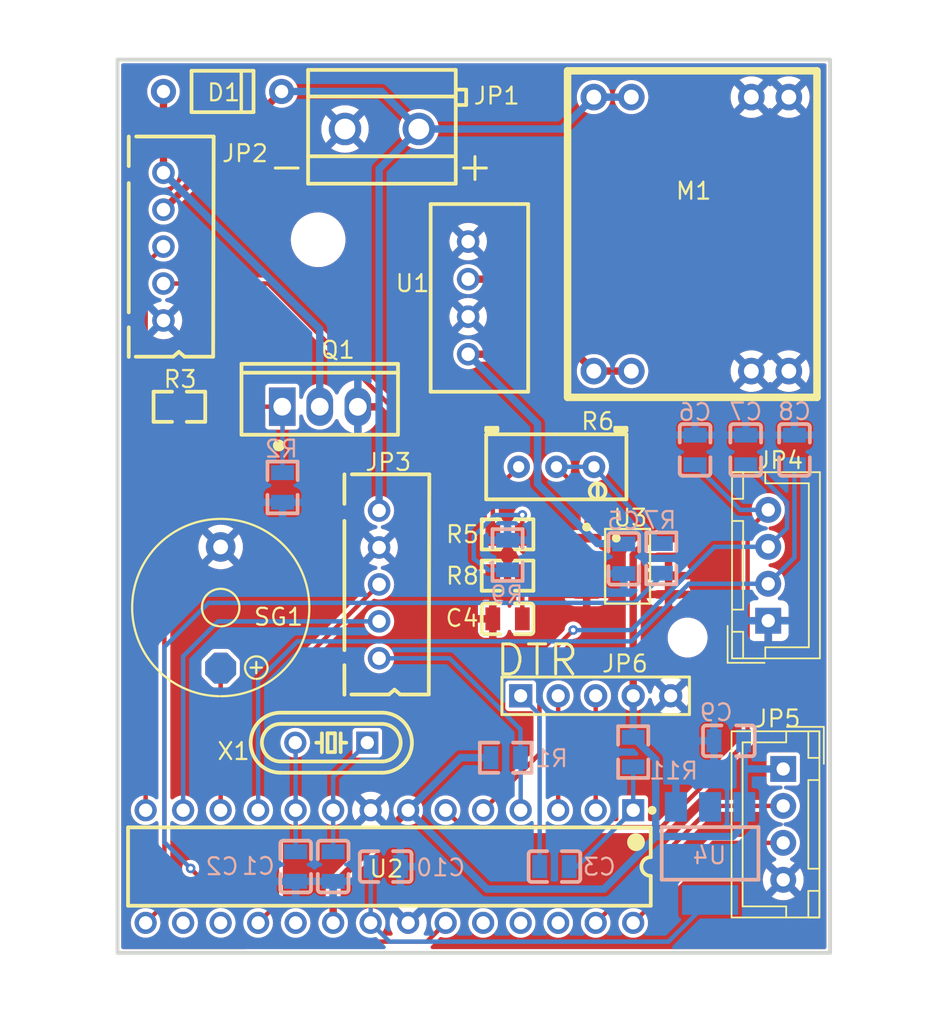
<source format=kicad_pcb>
(kicad_pcb (version 20211014) (generator pcbnew)
  (layers (0 "F.Cu" signal) (31 "B.Cu" signal) (34 "B.Paste" user) (35 "F.Paste" user) (36 "B.SilkS" user "B.Silkscreen") (37 "F.SilkS" user "F.Silkscreen") (38 "B.Mask" user) (39 "F.Mask" user) (44 "Edge.Cuts" user))
  (net 0 "")
  (net 1 "+5V")
  (net 2 "24V")
  (net 3 "AC_RELAY")
  (net 4 "AC_ZERO")
  (net 5 "BTN")
  (net 6 "D1_1")
  (net 7 "ENC_L")
  (net 8 "ENC_R")
  (net 9 "FAN_POWER")
  (net 10 "GND")
  (net 11 "GUN_POWER")
  (net 12 "GUN_REED")
  (net 13 "GUN_TEMP")
  (net 14 "JP6_1")
  (net 15 "R2_2")
  (net 16 "R5_1")
  (net 17 "R7_2")
  (net 18 "R8_1")
  (net 19 "R8_2")
  (net 20 "R9_2")
  (net 21 "SCL")
  (net 22 "SDA")
  (net 23 "SG1_+")
  (net 24 "U1_2")
  (net 25 "U2_1")
  (net 26 "U2_10")
  (net 27 "U2_2")
  (net 28 "U2_21")
  (net 29 "U2_3")
  (net 30 "U2_9")
  (footprint "easyeda:JST_XH_B04B-XH-A_04X2.50MM_STRAIGHT" (layer "F.Cu") (at 109.839 80.482 -90)
    (fp_text reference "JP5" (at -3.402 2.029) (layer "F.SilkS") (effects (font (size 1.143 1.143) (thickness 0.152)) (justify left)))
    (fp_text value "REF")
    (pad "1" thru_hole rect locked (at 0 0 270) (size 1.75 1.75) (drill oval 0.9) (layers *.Cu *.Paste *.Mask) (net 1 "+5V"))
    (pad "2" thru_hole circle locked (at 2.5 0 270) (size 1.75 1.75) (drill oval 0.9) (layers *.Cu *.Paste *.Mask) (net 22 "SDA"))
    (pad "3" thru_hole circle locked (at 5 0 270) (size 1.75 1.75) (drill oval 0.9) (layers *.Cu *.Paste *.Mask) (net 21 "SCL"))
    (pad "4" thru_hole circle locked (at 7.5 0 270) (size 1.75 1.75) (drill oval 0.9) (layers *.Cu *.Paste *.Mask) (net 10 "GND"))
  )
  (footprint "easyeda:R0805" (layer "F.Cu") (at 101.584 66.231 -90)
    (fp_text reference "R7" (at -2.581 -1.116) (layer "B.SilkS") (effects (font (size 1.143 1.143) (thickness 0.152)) (justify left mirror)))
    (fp_text value "470" hide)
    (pad "1" smd rect locked (at 1 0 270) (size 1 1.55) (layers "B.Cu" "B.Paste" "B.Mask") (net 13 "GUN_TEMP"))
    (pad "2" smd rect locked (at -1 0 270) (size 1 1.55) (layers "B.Cu" "B.Paste" "B.Mask") (net 17 "R7_2"))
  )
  (footprint "easyeda:HDR-M-2.54_1X5" (layer "F.Cu") (at 97.139 75.529)
    (fp_text reference "JP6" (at 0.331 -2.169) (layer "F.SilkS") (effects (font (size 1.143 1.143) (thickness 0.152)) (justify left)))
    (fp_text value "UART" hide)
    (pad "1" thru_hole rect locked (at -5.08 0) (size 1.575 1.575) (drill 0.889) (layers *.Cu *.Paste *.Mask) (net 14 "JP6_1"))
    (pad "2" thru_hole circle locked (at -2.54 0) (size 1.575 1.575) (drill 0.889) (layers *.Cu *.Paste *.Mask) (net 29 "U2_3"))
    (pad "3" thru_hole circle locked (at 0 0) (size 1.575 1.575) (drill 0.889) (layers *.Cu *.Paste *.Mask) (net 27 "U2_2"))
    (pad "4" thru_hole circle locked (at 2.54 0) (size 1.575 1.575) (drill 0.889) (layers *.Cu *.Paste *.Mask) (net 1 "+5V"))
    (pad "5" thru_hole circle locked (at 5.08 0) (size 1.575 1.575) (drill 0.889) (layers *.Cu *.Paste *.Mask) (net 10 "GND"))
  )
  (footprint "easyeda:SOIC-8_L4.9-W3.9-P1.27-LS6.0-BL" (layer "F.Cu") (at 99.298 66.766 -90)
    (fp_text reference "U3" (at -3.276 1.058) (layer "F.SilkS") (effects (font (size 1.143 1.143) (thickness 0.152)) (justify left)))
    (fp_text value "LM358" hide)
    (pad "1" smd oval locked (at -1.905 2.772 270) (size 0.588 2.045) (layers "F.Cu" "F.Paste" "F.Mask") (net 17 "R7_2"))
    (pad "2" smd oval locked (at -0.635 2.772 270) (size 0.588 2.045) (layers "F.Cu" "F.Paste" "F.Mask") (net 20 "R9_2"))
    (pad "3" smd oval locked (at 0.635 2.772 270) (size 0.588 2.045) (layers "F.Cu" "F.Paste" "F.Mask") (net 18 "R8_1"))
    (pad "4" smd oval locked (at 1.905 2.772 270) (size 0.588 2.045) (layers "F.Cu" "F.Paste" "F.Mask") (net 10 "GND"))
    (pad "5" smd oval locked (at 1.905 -2.772 270) (size 0.588 2.045) (layers "F.Cu" "F.Paste" "F.Mask") (net 10 "GND"))
    (pad "6" smd oval locked (at 0.635 -2.772 270) (size 0.588 2.045) (layers "F.Cu" "F.Paste" "F.Mask") (net 10 "GND"))
    (pad "7" smd oval locked (at -0.635 -2.772 270) (size 0.588 2.045) (layers "F.Cu" "F.Paste" "F.Mask") (net 10 "GND"))
    (pad "8" smd oval locked (at -1.905 -2.772 270) (size 0.588 2.045) (layers "F.Cu" "F.Paste" "F.Mask") (net 1 "+5V"))
  )
  (footprint "easyeda:R0805" (layer "F.Cu") (at 68.945 55.971)
    (fp_text reference "R3" (at -1.165 -1.861) (layer "F.SilkS") (effects (font (size 1.143 1.143) (thickness 0.152)) (justify left)))
    (fp_text value "100" hide)
    (pad "1" smd rect locked (at -1 0) (size 1 1.55) (layers "F.Cu" "F.Paste" "F.Mask") (net 9 "FAN_POWER"))
    (pad "2" smd rect locked (at 1 0) (size 1 1.55) (layers "F.Cu" "F.Paste" "F.Mask") (net 15 "R2_2"))
  )
  (footprint "easyeda:R0805" (layer "F.Cu") (at 75.93 61.432 -90)
    (fp_text reference "R2" (at -2.612 -1.14) (layer "B.SilkS") (effects (font (size 1.143 1.143) (thickness 0.152)) (justify left mirror)))
    (fp_text value "10k" hide)
    (pad "1" smd rect locked (at 1 0 270) (size 1 1.55) (layers "B.Cu" "B.Paste" "B.Mask") (net 10 "GND"))
    (pad "2" smd rect locked (at -1 0 270) (size 1 1.55) (layers "B.Cu" "B.Paste" "B.Mask") (net 15 "R2_2"))
  )
  (footprint "easyeda:R0805" (layer "F.Cu") (at 91.17 67.401 180)
    (fp_text reference "R8" (at 4.27 -0.019) (layer "F.SilkS") (effects (font (size 1.143 1.143) (thickness 0.152)) (justify left)))
    (fp_text value "10k" hide)
    (pad "1" smd rect locked (at -1 0 180) (size 1 1.55) (layers "F.Cu" "F.Paste" "F.Mask") (net 18 "R8_1"))
    (pad "2" smd rect locked (at 1 0 180) (size 1 1.55) (layers "F.Cu" "F.Paste" "F.Mask") (net 19 "R8_2"))
  )
  (footprint "easyeda:C0805" (layer "F.Cu") (at 91.17 70.322)
    (fp_text reference "C4" (at -4.3 -0.042) (layer "F.SilkS") (effects (font (size 1.143 1.143) (thickness 0.152)) (justify left)))
    (fp_text value "100n" hide)
    (pad "1" smd rect locked (at -1 0) (size 1 1.55) (layers "F.Cu" "F.Paste" "F.Mask") (net 10 "GND"))
    (pad "2" smd rect locked (at 1 0) (size 1 1.55) (layers "F.Cu" "F.Paste" "F.Mask") (net 18 "R8_1"))
  )
  (footprint "easyeda:C0805" (layer "F.Cu") (at 110.601 58.892 90)
    (fp_text reference "C8" (at 2.602 1.219) (layer "B.SilkS") (effects (font (size 1.143 1.143) (thickness 0.152)) (justify left mirror)))
    (fp_text value "100n" hide)
    (pad "1" smd rect locked (at 1 0 90) (size 1 1.55) (layers "B.Cu" "B.Paste" "B.Mask") (net 10 "GND"))
    (pad "2" smd rect locked (at -1 0 90) (size 1 1.55) (layers "B.Cu" "B.Paste" "B.Mask") (net 5 "BTN"))
  )
  (footprint "easyeda:DO-41_BD2.8-L4.2-P8.00-D0.7-FD" (layer "F.Cu") (at 71.866 34.635)
    (fp_text reference "D1" (at -1.136 0.075) (layer "F.SilkS") (effects (font (size 1.143 1.143) (thickness 0.152)) (justify left)))
    (fp_text value "FR107" hide)
    (pad "1" thru_hole circle locked (at -4 0) (size 1.7 1.7) (drill 0.9) (layers *.Cu *.Paste *.Mask) (net 6 "D1_1"))
    (pad "2" thru_hole circle locked (at 4 0) (size 1.7 1.7) (drill 0.9) (layers *.Cu *.Paste *.Mask) (net 2 "24V"))
  )
  (footprint "easyeda:TO-220-3_L10.0-W4.5-P2.54-L" (layer "F.Cu") (at 78.47 55.971)
    (fp_text reference "Q1" (at -0.03 -3.841) (layer "F.SilkS") (effects (font (size 1.143 1.143) (thickness 0.152)) (justify left)))
    (fp_text value "IRFZ44NPBF" hide)
    (pad "1" thru_hole rect locked (at -2.56 -0.005) (size 1.8 2.6) (drill 1.2) (layers *.Cu *.Paste *.Mask) (net 15 "R2_2"))
    (pad "2" thru_hole oval locked (at -0.02 -0.005) (size 1.8 2.6) (drill 1.2) (layers *.Cu *.Paste *.Mask) (net 6 "D1_1"))
    (pad "3" thru_hole oval locked (at 2.56 0.005) (size 1.8 2.6) (drill 1.2) (layers *.Cu *.Paste *.Mask) (net 10 "GND"))
  )
  (footprint "easyeda:HC-49S" (layer "F.Cu") (at 79.232 78.704 180)
    (fp_text reference "X1" (at 7.808 -0.582) (layer "F.SilkS") (effects (font (size 1.143 1.143) (thickness 0.152)) (justify left)))
    (fp_text value "16MHz" hide)
    (pad "1" thru_hole rect locked (at -2.438 0 180) (size 1.5 1.5) (drill 0.9) (layers *.Cu *.Paste *.Mask) (net 30 "U2_9"))
    (pad "2" thru_hole circle locked (at 2.438 0 180) (size 1.5 1.5) (drill 0.9) (layers *.Cu *.Paste *.Mask) (net 26 "U2_10"))
  )
  (footprint "easyeda:C0805" (layer "F.Cu") (at 82.915 87.086)
    (fp_text reference "C10" (at 5.485 0.074) (layer "B.SilkS") (effects (font (size 1.143 1.143) (thickness 0.152)) (justify left mirror)))
    (fp_text value "100u" hide)
    (pad "1" smd rect locked (at 1 0) (size 1 1.55) (layers "B.Cu" "B.Paste" "B.Mask") (net 10 "GND"))
    (pad "2" smd rect locked (at -1 0) (size 1 1.55) (layers "B.Cu" "B.Paste" "B.Mask") (net 28 "U2_21"))
  )
  (footprint "easyeda:DIP-28_300MIL" (layer "F.Cu") (at 66.659 90.896)
    (fp_text reference "U2" (at 15.061 -3.656) (layer "F.SilkS") (effects (font (size 1.143 1.143) (thickness 0.152)) (justify left)))
    (fp_text value "ATMEGA328P-PU" hide)
    (pad "1" thru_hole rect locked (at 33.02 -7.62 270) (size 1.5 1.5) (drill 0.9) (layers *.Cu *.Paste *.Mask) (net 25 "U2_1"))
    (pad "2" thru_hole circle locked (at 30.48 -7.62 270) (size 1.5 1.5) (drill 0.9) (layers *.Cu *.Paste *.Mask) (net 27 "U2_2"))
    (pad "3" thru_hole circle locked (at 27.94 -7.62 270) (size 1.5 1.5) (drill 0.9) (layers *.Cu *.Paste *.Mask) (net 29 "U2_3"))
    (pad "4" thru_hole circle locked (at 25.4 -7.62 270) (size 1.5 1.5) (drill 0.9) (layers *.Cu *.Paste *.Mask) (net 4 "AC_ZERO"))
    (pad "5" thru_hole circle locked (at 22.86 -7.62 270) (size 1.5 1.5) (drill 0.9) (layers *.Cu *.Paste *.Mask) (net 7 "ENC_L"))
    (pad "6" thru_hole circle locked (at 20.32 -7.62 270) (size 1.5 1.5) (drill 0.9) (layers *.Cu *.Paste *.Mask) (net 8 "ENC_R"))
    (pad "7" thru_hole circle locked (at 17.78 -7.62 270) (size 1.5 1.5) (drill 0.9) (layers *.Cu *.Paste *.Mask) (net 1 "+5V"))
    (pad "8" thru_hole circle locked (at 15.24 -7.62 270) (size 1.5 1.5) (drill 0.9) (layers *.Cu *.Paste *.Mask) (net 10 "GND"))
    (pad "9" thru_hole circle locked (at 12.7 -7.62 270) (size 1.5 1.5) (drill 0.9) (layers *.Cu *.Paste *.Mask) (net 30 "U2_9"))
    (pad "10" thru_hole circle locked (at 10.16 -7.62 270) (size 1.5 1.5) (drill 0.9) (layers *.Cu *.Paste *.Mask) (net 26 "U2_10"))
    (pad "11" thru_hole circle locked (at 7.62 -7.62 270) (size 1.5 1.5) (drill 0.9) (layers *.Cu *.Paste *.Mask) (net 5 "BTN"))
    (pad "12" thru_hole circle locked (at 5.08 -7.62 270) (size 1.5 1.5) (drill 0.9) (layers *.Cu *.Paste *.Mask) (net 23 "SG1_+"))
    (pad "13" thru_hole circle locked (at 2.54 -7.62 270) (size 1.5 1.5) (drill 0.9) (layers *.Cu *.Paste *.Mask) (net 11 "GUN_POWER"))
    (pad "14" thru_hole circle locked (at 0 -7.62 270) (size 1.5 1.5) (drill 0.9) (layers *.Cu *.Paste *.Mask) (net 12 "GUN_REED"))
    (pad "15" thru_hole circle locked (at 0 0 270) (size 1.5 1.5) (drill 0.9) (layers *.Cu *.Paste *.Mask) (net 9 "FAN_POWER"))
    (pad "16" thru_hole circle locked (at 2.54 0 270) (size 1.5 1.5) (drill 0.9) (layers *.Cu *.Paste *.Mask))
    (pad "17" thru_hole circle locked (at 5.08 0 270) (size 1.5 1.5) (drill 0.9) (layers *.Cu *.Paste *.Mask))
    (pad "18" thru_hole circle locked (at 7.62 0 270) (size 1.5 1.5) (drill 0.9) (layers *.Cu *.Paste *.Mask) (net 3 "AC_RELAY"))
    (pad "19" thru_hole circle locked (at 10.16 0 270) (size 1.5 1.5) (drill 0.9) (layers *.Cu *.Paste *.Mask))
    (pad "20" thru_hole circle locked (at 12.7 0 270) (size 1.5 1.5) (drill 0.9) (layers *.Cu *.Paste *.Mask) (net 1 "+5V"))
    (pad "21" thru_hole circle locked (at 15.24 0 270) (size 1.5 1.5) (drill 0.9) (layers *.Cu *.Paste *.Mask) (net 28 "U2_21"))
    (pad "22" thru_hole circle locked (at 17.78 0 270) (size 1.5 1.5) (drill 0.9) (layers *.Cu *.Paste *.Mask) (net 10 "GND"))
    (pad "23" thru_hole circle locked (at 20.32 0 270) (size 1.5 1.5) (drill 0.9) (layers *.Cu *.Paste *.Mask) (net 13 "GUN_TEMP"))
    (pad "24" thru_hole circle locked (at 22.86 0 270) (size 1.5 1.5) (drill 0.9) (layers *.Cu *.Paste *.Mask))
    (pad "25" thru_hole circle locked (at 25.4 0 270) (size 1.5 1.5) (drill 0.9) (layers *.Cu *.Paste *.Mask))
    (pad "26" thru_hole circle locked (at 27.94 0 270) (size 1.5 1.5) (drill 0.9) (layers *.Cu *.Paste *.Mask))
    (pad "27" thru_hole circle locked (at 30.48 0 270) (size 1.5 1.5) (drill 0.9) (layers *.Cu *.Paste *.Mask) (net 22 "SDA"))
    (pad "28" thru_hole circle locked (at 33.02 0 270) (size 1.5 1.5) (drill 0.9) (layers *.Cu *.Paste *.Mask) (net 21 "SCL"))
  )
  (footprint "easyeda:CONN-TH_P5.00_KF301-5.0-2P" (layer "F.Cu") (at 82.661 37.175)
    (fp_text reference "JP1" (at 6.119 -2.245) (layer "F.SilkS") (effects (font (size 1.143 1.143) (thickness 0.152)) (justify left)))
    (fp_text value "24v" hide)
    (pad "1" thru_hole circle locked (at -2.5 0) (size 2.2 2.2) (drill 1.4) (layers *.Cu *.Paste *.Mask) (net 10 "GND"))
    (pad "2" thru_hole circle locked (at 2.5 0) (size 2.2 2.2) (drill 1.4) (layers *.Cu *.Paste *.Mask) (net 2 "24V"))
  )
  (footprint "easyeda:R0805" (layer "F.Cu") (at 91.043 79.72 180)
    (fp_text reference "R1" (at -4.317 -0.05) (layer "B.SilkS") (effects (font (size 1.143 1.143) (thickness 0.152)) (justify left mirror)))
    (fp_text value "10k" hide)
    (pad "1" smd rect locked (at 1 0 180) (size 1 1.55) (layers "B.Cu" "B.Paste" "B.Mask") (net 1 "+5V"))
    (pad "2" smd rect locked (at -1 0 180) (size 1 1.55) (layers "B.Cu" "B.Paste" "B.Mask") (net 4 "AC_ZERO"))
  )
  (footprint "easyeda:TME 0505S" (layer "F.Cu") (at 83.423 47.335 90)
    (fp_text reference "U1" (at -0.285 0.067) (layer "F.SilkS") (effects (font (size 1.143 1.143) (thickness 0.152)) (justify left)))
    (fp_text value "TME 0505S" hide)
    (pad "1" thru_hole circle locked (at 2.54 5.08 90) (size 1.524 1.524) (drill 0.914) (layers *.Cu *.Paste *.Mask) (net 10 "GND"))
    (pad "2" thru_hole circle locked (at 0 5.08 90) (size 1.524 1.524) (drill 0.914) (layers *.Cu *.Paste *.Mask) (net 24 "U1_2"))
    (pad "3" thru_hole circle locked (at -2.54 5.08 90) (size 1.524 1.524) (drill 0.914) (layers *.Cu *.Paste *.Mask) (net 10 "GND"))
    (pad "4" thru_hole circle locked (at -5.08 5.08 90) (size 1.524 1.524) (drill 0.914) (layers *.Cu *.Paste *.Mask) (net 1 "+5V"))
  )
  (footprint "easyeda:C0805" (layer "F.Cu") (at 103.87 58.892 90)
    (fp_text reference "C6" (at 2.552 1.2) (layer "B.SilkS") (effects (font (size 1.143 1.143) (thickness 0.152)) (justify left mirror)))
    (fp_text value "100n" hide)
    (pad "1" smd rect locked (at 1 0 90) (size 1 1.55) (layers "B.Cu" "B.Paste" "B.Mask") (net 10 "GND"))
    (pad "2" smd rect locked (at -1 0 90) (size 1 1.55) (layers "B.Cu" "B.Paste" "B.Mask") (net 8 "ENC_R"))
  )
  (footprint "easyeda:C0805" (layer "F.Cu") (at 99.044 66.258 -90)
    (fp_text reference "C5" (at -2.568 -1.206) (layer "B.SilkS") (effects (font (size 1.143 1.143) (thickness 0.152)) (justify left mirror)))
    (fp_text value "100n" hide)
    (pad "1" smd rect locked (at 1 0 270) (size 1 1.55) (layers "B.Cu" "B.Paste" "B.Mask") (net 10 "GND"))
    (pad "2" smd rect locked (at -1 0 270) (size 1 1.55) (layers "B.Cu" "B.Paste" "B.Mask") (net 1 "+5V"))
  )
  (footprint "AutoGenerated:MountingHole_3.20mm" (layer "F.Cu") (at 78.343 44.668)
    (fp_text reference "" (at 0 0) (layer "F.SilkS") (effects (font (size 1.27 1.27))))
    (fp_text value "" (at 0 0) (layer "F.SilkS") (effects (font (size 1.27 1.27))))
    (pad "" np_thru_hole circle locked (at 0 0) (size 3.2 3.2) (drill 3.2) (layers *.Cu *.Mask))
  )
  (footprint "easyeda:R0805" (layer "F.Cu") (at 91.17 64.607)
    (fp_text reference "R5" (at -4.27 0.003) (layer "F.SilkS") (effects (font (size 1.143 1.143) (thickness 0.152)) (justify left)))
    (fp_text value "10k" hide)
    (pad "1" smd rect locked (at -1 0) (size 1 1.55) (layers "F.Cu" "F.Paste" "F.Mask") (net 16 "R5_1"))
    (pad "2" smd rect locked (at 1 0) (size 1 1.55) (layers "F.Cu" "F.Paste" "F.Mask") (net 20 "R9_2"))
  )
  (footprint "easyeda:R0805" (layer "F.Cu") (at 91.17 66.004 90)
    (fp_text reference "R9" (at -2.686 1.17) (layer "B.SilkS") (effects (font (size 1.143 1.143) (thickness 0.152)) (justify left mirror)))
    (fp_text value "1k" hide)
    (pad "1" smd rect locked (at 1 0 90) (size 1 1.55) (layers "B.Cu" "B.Paste" "B.Mask") (net 10 "GND"))
    (pad "2" smd rect locked (at -1 0 90) (size 1 1.55) (layers "B.Cu" "B.Paste" "B.Mask") (net 20 "R9_2"))
  )
  (footprint "easyeda:JST_XH_B04B-XH-A_04X2.50MM_STRAIGHT" (layer "F.Cu") (at 108.823 70.449 90)
    (fp_text reference "JP4" (at 10.849 -0.833) (layer "F.SilkS") (effects (font (size 1.143 1.143) (thickness 0.152)) (justify left)))
    (fp_text value "REF")
    (pad "1" thru_hole rect locked (at 0 0 90) (size 1.75 1.75) (drill oval 0.9) (layers *.Cu *.Paste *.Mask) (net 10 "GND"))
    (pad "2" thru_hole circle locked (at 2.5 0 90) (size 1.75 1.75) (drill oval 0.9) (layers *.Cu *.Paste *.Mask) (net 5 "BTN"))
    (pad "3" thru_hole circle locked (at 5 0 90) (size 1.75 1.75) (drill oval 0.9) (layers *.Cu *.Paste *.Mask) (net 7 "ENC_L"))
    (pad "4" thru_hole circle locked (at 7.5 0 90) (size 1.75 1.75) (drill oval 0.9) (layers *.Cu *.Paste *.Mask) (net 8 "ENC_R"))
  )
  (footprint "easyeda:JST-XH-TH-5-2.5" (layer "F.Cu") (at 80.121 60.543 -90)
    (fp_text reference "JP3" (at -0.823 -1.319) (layer "F.SilkS") (effects (font (size 1.143 1.143) (thickness 0.152)) (justify left)))
    (fp_text value "INTERFACE" hide)
    (pad "1" thru_hole circle locked (at 12.45 -2.35 270) (size 1.524 1.524) (drill 0.914) (layers *.Cu *.Paste *.Mask) (net 4 "AC_ZERO"))
    (pad "2" thru_hole circle locked (at 9.95 -2.35 270) (size 1.524 1.524) (drill 0.914) (layers *.Cu *.Paste *.Mask) (net 11 "GUN_POWER"))
    (pad "3" thru_hole circle locked (at 7.45 -2.35 270) (size 1.524 1.524) (drill 0.914) (layers *.Cu *.Paste *.Mask) (net 3 "AC_RELAY"))
    (pad "4" thru_hole circle locked (at 4.95 -2.35 270) (size 1.524 1.524) (drill 0.914) (layers *.Cu *.Paste *.Mask) (net 10 "GND"))
    (pad "5" thru_hole circle locked (at 2.45 -2.35 270) (size 1.524 1.524) (drill 0.914) (layers *.Cu *.Paste *.Mask) (net 2 "24V"))
  )
  (footprint "easyeda:MP1584" (layer "F.Cu") (at 103.616 44.287 -90)
    (fp_text reference "M1" (at -2.921 1.143) (layer "F.SilkS") (effects (font (size 1.143 1.143) (thickness 0.152)) (justify left)))
    (fp_text value ".Designator")
    (pad "1" thru_hole circle locked (at -9.271 4.064 180) (size 1.8 1.8) (drill oval 1 1.005) (layers *.Cu *.Paste *.Mask) (net 2 "24V"))
    (pad "2" thru_hole circle locked (at -9.271 6.604 180) (size 1.8 1.8) (drill oval 1 1.005) (layers *.Cu *.Paste *.Mask) (net 2 "24V"))
    (pad "3" thru_hole circle locked (at -9.271 -6.604 180) (size 1.8 1.8) (drill oval 1 1.005) (layers *.Cu *.Paste *.Mask) (net 10 "GND"))
    (pad "4" thru_hole circle locked (at -9.271 -4.064 180) (size 1.8 1.8) (drill oval 1 1.005) (layers *.Cu *.Paste *.Mask) (net 10 "GND"))
    (pad "5" thru_hole circle locked (at 9.271 -6.604 180) (size 1.8 1.8) (drill oval 1) (layers *.Cu *.Paste *.Mask) (net 10 "GND"))
    (pad "6" thru_hole circle locked (at 9.271 -4.064 180) (size 1.8 1.8) (drill oval 1) (layers *.Cu *.Paste *.Mask) (net 10 "GND"))
    (pad "7" thru_hole circle locked (at 9.271 4.064 180) (size 1.8 1.8) (drill oval 1 1.005) (layers *.Cu *.Paste *.Mask) (net 24 "U1_2"))
    (pad "8" thru_hole circle locked (at 9.271 6.604 180) (size 1.8 1.8) (drill oval 1 1.005) (layers *.Cu *.Paste *.Mask) (net 24 "U1_2"))
  )
  (footprint "easyeda:C0805" (layer "F.Cu") (at 79.359 87.086 90)
    (fp_text reference "C1" (at 0.026 -3.849) (layer "B.SilkS") (effects (font (size 1.143 1.143) (thickness 0.152)) (justify left mirror)))
    (fp_text value "22pF" hide)
    (pad "1" smd rect locked (at 1 0 90) (size 1 1.55) (layers "B.Cu" "B.Paste" "B.Mask") (net 30 "U2_9"))
    (pad "2" smd rect locked (at -1 0 90) (size 1 1.55) (layers "B.Cu" "B.Paste" "B.Mask") (net 10 "GND"))
  )
  (footprint "AutoGenerated:MountingHole_2.20mm" (layer "F.Cu") (at 103.362 71.592)
    (fp_text reference "" (at 0 0) (layer "F.SilkS") (effects (font (size 1.27 1.27))))
    (fp_text value "" (at 0 0) (layer "F.SilkS") (effects (font (size 1.27 1.27))))
    (pad "" np_thru_hole circle locked (at 0 0) (size 2.2 2.2) (drill 2.2) (layers *.Cu *.Mask))
  )
  (footprint "easyeda:C0805" (layer "F.Cu") (at 107.299 58.892 90)
    (fp_text reference "C7" (at 2.582 1.221) (layer "B.SilkS") (effects (font (size 1.143 1.143) (thickness 0.152)) (justify left mirror)))
    (fp_text value "100n" hide)
    (pad "1" smd rect locked (at 1 0 90) (size 1 1.55) (layers "B.Cu" "B.Paste" "B.Mask") (net 10 "GND"))
    (pad "2" smd rect locked (at -1 0 90) (size 1 1.55) (layers "B.Cu" "B.Paste" "B.Mask") (net 7 "ENC_L"))
  )
  (footprint "easyeda:C0805" (layer "F.Cu") (at 76.819 87.086 90)
    (fp_text reference "C2" (at 0.006 -3.769) (layer "B.SilkS") (effects (font (size 1.143 1.143) (thickness 0.152)) (justify left mirror)))
    (fp_text value "22pF" hide)
    (pad "1" smd rect locked (at 1 0 90) (size 1 1.55) (layers "B.Cu" "B.Paste" "B.Mask") (net 26 "U2_10"))
    (pad "2" smd rect locked (at -1 0 90) (size 1 1.55) (layers "B.Cu" "B.Paste" "B.Mask") (net 10 "GND"))
  )
  (footprint "easyeda:JST-XH-TH-5-2.5" (layer "F.Cu") (at 65.516 37.683 -90)
    (fp_text reference "JP2" (at 1.143 -6.223) (layer "F.SilkS") (effects (font (size 1.143 1.143) (thickness 0.152)) (justify left)))
    (fp_text value "Air Gun" hide)
    (pad "1" thru_hole circle locked (at 12.45 -2.35 270) (size 1.524 1.524) (drill 0.914) (layers *.Cu *.Paste *.Mask) (net 10 "GND"))
    (pad "2" thru_hole circle locked (at 9.95 -2.35 270) (size 1.524 1.524) (drill 0.914) (layers *.Cu *.Paste *.Mask) (net 19 "R8_2"))
    (pad "3" thru_hole circle locked (at 7.45 -2.35 270) (size 1.524 1.524) (drill 0.914) (layers *.Cu *.Paste *.Mask) (net 12 "GUN_REED"))
    (pad "4" thru_hole circle locked (at 4.95 -2.35 270) (size 1.524 1.524) (drill 0.914) (layers *.Cu *.Paste *.Mask) (net 2 "24V"))
    (pad "5" thru_hole circle locked (at 2.45 -2.35 270) (size 1.524 1.524) (drill 0.914) (layers *.Cu *.Paste *.Mask) (net 6 "D1_1"))
  )
  (footprint "easyeda:AMS_1117" (layer "F.Cu") (at 104.886 86.197 180)
    (fp_text reference "U4" (at -1.204 -0.143) (layer "B.SilkS") (effects (font (size 1.143 1.143) (thickness 0.152)) (justify left mirror)))
    (fp_text value "1117-3.3" hide)
    (pad "1" smd rect locked (at 2.311 3.15 180) (size 1.501 1.999) (layers "B.Cu" "B.Paste" "B.Mask") (net 10 "GND"))
    (pad "2" smd rect locked (at 0 -3.15 180) (size 3.8 1.999) (layers "B.Cu" "B.Paste" "B.Mask") (net 28 "U2_21"))
    (pad "3" smd rect locked (at -2.311 3.15 180) (size 1.501 1.999) (layers "B.Cu" "B.Paste" "B.Mask") (net 1 "+5V"))
    (pad "4" smd rect locked (at 0 3.15 180) (size 1.501 1.999) (layers "B.Cu" "B.Paste" "B.Mask"))
  )
  (footprint "easyeda:R0805" (layer "F.Cu") (at 99.679 79.339 90)
    (fp_text reference "R11" (at -1.271 4.491) (layer "B.SilkS") (effects (font (size 1.143 1.143) (thickness 0.152)) (justify left mirror)))
    (fp_text value "10k" hide)
    (pad "1" smd rect locked (at 1 0 90) (size 1 1.55) (layers "B.Cu" "B.Paste" "B.Mask") (net 1 "+5V"))
    (pad "2" smd rect locked (at -1 0 90) (size 1 1.55) (layers "B.Cu" "B.Paste" "B.Mask") (net 25 "U2_1"))
  )
  (footprint "easyeda:RES-ADJ_3296W" (layer "F.Cu") (at 94.472 60.035 -90)
    (fp_text reference "R6" (at -3.075 -1.588) (layer "F.SilkS") (effects (font (size 1.143 1.143) (thickness 0.152)) (justify left)))
    (fp_text value "500k" hide)
    (pad "1" thru_hole circle locked (at 0 -2.55 180) (size 1.524 1.524) (drill 0.762) (layers *.Cu *.Paste *.Mask) (net 17 "R7_2"))
    (pad "2" thru_hole circle locked (at 0 -0.01 180) (size 1.524 1.524) (drill 0.762) (layers *.Cu *.Paste *.Mask) (net 17 "R7_2"))
    (pad "3" thru_hole circle locked (at 0 2.55 180) (size 1.524 1.524) (drill 0.762) (layers *.Cu *.Paste *.Mask) (net 16 "R5_1"))
  )
  (footprint "easyeda:C0805" (layer "F.Cu") (at 106.156 78.577 180)
    (fp_text reference "C9" (at -0.364 1.917) (layer "B.SilkS") (effects (font (size 1.143 1.143) (thickness 0.152)) (justify left mirror)))
    (fp_text value "100u" hide)
    (pad "1" smd rect locked (at 1 0 180) (size 1 1.55) (layers "B.Cu" "B.Paste" "B.Mask") (net 10 "GND"))
    (pad "2" smd rect locked (at -1 0 180) (size 1 1.55) (layers "B.Cu" "B.Paste" "B.Mask") (net 1 "+5V"))
  )
  (footprint "easyeda:C0805" (layer "F.Cu") (at 94.345 87.086)
    (fp_text reference "C3" (at 4.255 0.024) (layer "B.SilkS") (effects (font (size 1.143 1.143) (thickness 0.152)) (justify left mirror)))
    (fp_text value "100n" hide)
    (pad "1" smd rect locked (at 1 0) (size 1 1.55) (layers "B.Cu" "B.Paste" "B.Mask") (net 25 "U2_1"))
    (pad "2" smd rect locked (at -1 0) (size 1 1.55) (layers "B.Cu" "B.Paste" "B.Mask") (net 14 "JP6_1"))
  )
  (footprint "easyeda:BUZZER" (layer "F.Cu") (at 71.739 69.56 -90)
    (fp_text reference "SG1" (at 0.635 -2.159) (layer "F.SilkS") (effects (font (size 1.143 1.143) (thickness 0.152)) (justify left)))
    (fp_text value "BUZZER" hide)
    (pad "" thru_hole circle locked (at -4.1 0 270) (size 2 2) (drill 1) (layers *.Cu *.Paste *.Mask) (net 10 "GND"))
    (pad "+" thru_hole custom locked (at 4.1 0 270) (size 0.01 0.01) (drill oval 1.016 1.021) (layers *.Cu *.Paste *.Mask) (net 23 "SG1_+") (options (clearance outline) (anchor circle)) (primitives (gr_poly (pts (xy 0.997 -0.413) (xy 0.413 -0.997) (xy -0.413 -0.997) (xy -0.997 -0.413) (xy -0.997 0.413) (xy -0.413 0.997) (xy 0.413 0.997) (xy 0.997 0.413)) (width 0.1) (fill yes))))
  )
  (gr_line (start 64.754 92.674) (end 64.754 92.928) (layer "Edge.Cuts") (width 0.254))
  (gr_line (start 113.014 33.111) (end 113.014 92.928) (layer "Edge.Cuts") (width 0.254))
  (gr_line (start 64.754 32.476) (end 64.754 32.824) (layer "Edge.Cuts") (width 0.254))
  (gr_line (start 112.506 32.476) (end 113.014 32.476) (layer "Edge.Cuts") (width 0.254))
  (gr_line (start 65.008 32.476) (end 64.754 32.476) (layer "Edge.Cuts") (width 0.254))
  (gr_line (start 64.754 92.674) (end 64.754 34.475) (layer "Edge.Cuts") (width 0.254))
  (gr_line (start 65.008 32.476) (end 112.506 32.476) (layer "Edge.Cuts") (width 0.254))
  (gr_line (start 65.516 92.928) (end 64.754 92.928) (layer "Edge.Cuts") (width 0.254))
  (gr_line (start 113.014 92.928) (end 65.516 92.928) (layer "Edge.Cuts") (width 0.254))
  (gr_line (start 64.754 34.475) (end 64.754 32.824) (layer "Edge.Cuts") (width 0.254))
  (gr_line (start 113.014 32.476) (end 113.014 33.111) (layer "Edge.Cuts") (width 0.254))
  (gr_text "-" (at 74.82 39.66) (layer "F.SilkS") (effects (font (size 2.032 2.032) (thickness 0.203)) (justify left)))
  (gr_text "+" (at 87.57 39.66) (layer "F.SilkS") (effects (font (size 2.032 2.032) (thickness 0.203)) (justify left)))
  (gr_text "DTR" (at 90.23 73.12) (layer "F.SilkS") (effects (font (size 2.032 2.032) (thickness 0.203)) (justify left)))
  (segment (start 99.679 66.004) (end 100.822 64.861) (width 0.5) (layer "F.Cu") (net 1))
  (segment (start 100.822 64.861) (end 102.07 64.861) (width 0.5) (layer "F.Cu") (net 1))
  (segment (start 102.07 63.188) (end 91.297 52.415) (width 0.5) (layer "F.Cu") (net 1))
  (segment (start 79.359 88.356) (end 79.359 90.896) (width 0.5) (layer "F.Cu") (net 1))
  (segment (start 102.07 64.861) (end 102.07 63.188) (width 0.5) (layer "F.Cu") (net 1))
  (segment (start 99.679 75.529) (end 99.679 66.004) (width 0.5) (layer "F.Cu") (net 1))
  (segment (start 84.439 83.276) (end 79.359 88.356) (width 0.5) (layer "F.Cu") (net 1))
  (segment (start 91.297 52.415) (end 88.503 52.415) (width 0.5) (layer "F.Cu") (net 1))
  (segment (start 84.439 83.276) (end 87.995 79.72) (width 0.5) (layer "B.Cu") (net 1))
  (segment (start 101.203 79.847) (end 101.203 85.054) (width 0.5) (layer "B.Cu") (net 1))
  (segment (start 101.203 85.054) (end 97.703 88.61) (width 0.5) (layer "B.Cu") (net 1))
  (segment (start 93.202 57.114) (end 93.202 61.178) (width 0.5) (layer "B.Cu") (net 1))
  (segment (start 93.202 61.178) (end 97.252 65.228) (width 0.5) (layer "B.Cu") (net 1))
  (segment (start 107.197 78.618) (end 107.197 83.047) (width 0.5) (layer "B.Cu") (net 1))
  (segment (start 107.197 83.047) (end 107.197 84.274) (width 0.5) (layer "B.Cu") (net 1))
  (segment (start 99.679 75.529) (end 99.679 78.339) (width 0.5) (layer "B.Cu") (net 1))
  (segment (start 109.572 80.488) (end 107.312 80.475) (width 0.5) (layer "B.Cu") (net 1))
  (segment (start 99.679 78.338) (end 101.203 79.847) (width 0.5) (layer "B.Cu") (net 1))
  (segment (start 87.995 79.72) (end 90.043 79.72) (width 0.5) (layer "B.Cu") (net 1))
  (segment (start 89.773 88.61) (end 84.439 83.276) (width 0.5) (layer "B.Cu") (net 1))
  (segment (start 88.503 52.415) (end 93.202 57.114) (width 0.5) (layer "B.Cu") (net 1))
  (segment (start 97.703 88.61) (end 89.773 88.61) (width 0.5) (layer "B.Cu") (net 1))
  (segment (start 107.197 84.274) (end 106.418 85.054) (width 0.5) (layer "B.Cu") (net 1))
  (segment (start 107.156 78.577) (end 107.197 78.618) (width 0.5) (layer "B.Cu") (net 1))
  (segment (start 106.418 85.054) (end 101.203 85.054) (width 0.5) (layer "B.Cu") (net 1))
  (segment (start 97.252 65.228) (end 98.917 65.228) (width 0.5) (layer "B.Cu") (net 1))
  (segment (start 75.864 34.635) (end 75.866 34.635) (width 0.5) (layer "F.Cu") (net 2))
  (segment (start 67.866 42.633) (end 75.864 34.635) (width 0.5) (layer "F.Cu") (net 2))
  (segment (start 82.621 34.635) (end 85.161 37.175) (width 0.5) (layer "B.Cu") (net 2))
  (segment (start 82.471 62.993) (end 82.471 39.865) (width 0.5) (layer "B.Cu") (net 2))
  (segment (start 82.471 39.865) (end 85.161 37.175) (width 0.5) (layer "B.Cu") (net 2))
  (segment (start 75.866 34.635) (end 82.621 34.635) (width 0.5) (layer "B.Cu") (net 2))
  (segment (start 99.552 35.016) (end 99.552 34.635) (width 0.5) (layer "B.Cu") (net 2))
  (segment (start 85.161 37.175) (end 94.853 37.175) (width 0.5) (layer "B.Cu") (net 2))
  (segment (start 94.853 37.175) (end 97.012 35.016) (width 0.5) (layer "B.Cu") (net 2))
  (segment (start 97.012 35.016) (end 97.901 35.016) (width 0.5) (layer "B.Cu") (net 2))
  (segment (start 97.901 35.016) (end 99.552 35.016) (width 0.5) (layer "B.Cu") (net 2))
  (segment (start 82.471 67.993) (end 75.549 74.915) (width 0.3) (layer "F.Cu") (net 3))
  (segment (start 74.279 90.896) (end 75.549 89.626) (width 0.3) (layer "F.Cu") (net 3))
  (segment (start 75.549 74.915) (end 75.549 85.435) (width 0.3) (layer "F.Cu") (net 3))
  (segment (start 75.549 89.626) (end 75.549 85.435) (width 0.3) (layer "F.Cu") (net 3))
  (segment (start 92.043 79.72) (end 92.059 79.736) (width 0.3) (layer "B.Cu") (net 4))
  (segment (start 92.059 79.736) (end 92.059 83.276) (width 0.3) (layer "B.Cu") (net 4))
  (segment (start 87.238 72.992) (end 92.044 77.8) (width 0.3) (layer "B.Cu") (net 4))
  (segment (start 82.471 72.992) (end 87.238 72.992) (width 0.3) (layer "B.Cu") (net 4))
  (segment (start 92.044 77.8) (end 92.044 79.72) (width 0.3) (layer "B.Cu") (net 4))
  (segment (start 110.601 66.171) (end 108.823 67.949) (width 0.3) (layer "B.Cu") (net 5))
  (segment (start 74.279 74.513) (end 74.279 83.276) (width 0.3) (layer "B.Cu") (net 5))
  (segment (start 110.601 59.892) (end 110.601 66.171) (width 0.3) (layer "B.Cu") (net 5))
  (segment (start 76.946 71.846) (end 74.279 74.513) (width 0.3) (layer "B.Cu") (net 5))
  (segment (start 103.448 67.95) (end 99.552 71.846) (width 0.3) (layer "B.Cu") (net 5))
  (segment (start 108.823 67.95) (end 103.448 67.95) (width 0.3) (layer "B.Cu") (net 5))
  (segment (start 99.552 71.846) (end 76.946 71.846) (width 0.3) (layer "B.Cu") (net 5))
  (segment (start 67.866 40.133) (end 67.866 40.133) (width 0.5) (layer "F.Cu") (net 6))
  (segment (start 67.866 34.635) (end 67.866 40.133) (width 0.5) (layer "F.Cu") (net 6))
  (segment (start 78.45 50.716) (end 78.45 55.966) (width 0.5) (layer "B.Cu") (net 6))
  (segment (start 67.865 40.134) (end 78.45 50.716) (width 0.5) (layer "B.Cu") (net 6))
  (segment (start 95.615 71.084) (end 93.329 73.37) (width 0.3) (layer "F.Cu") (net 7))
  (segment (start 89.519 83.276) (end 93.329 79.466) (width 0.3) (layer "F.Cu") (net 7))
  (segment (start 93.329 73.37) (end 93.329 79.466) (width 0.3) (layer "F.Cu") (net 7))
  (via (at 95.615 71.084) (size 0.65) (drill 0.31) (layers "F.Cu" "B.Cu") (net 7))
  (segment (start 110.093 64.179) (end 108.823 65.449) (width 0.3) (layer "B.Cu") (net 7))
  (segment (start 107.299 59.892) (end 107.537 59.892) (width 0.3) (layer "B.Cu") (net 7))
  (segment (start 108.823 65.448) (end 105.188 65.448) (width 0.3) (layer "B.Cu") (net 7))
  (segment (start 105.188 65.448) (end 99.552 71.084) (width 0.3) (layer "B.Cu") (net 7))
  (segment (start 107.537 59.892) (end 110.093 62.448) (width 0.3) (layer "B.Cu") (net 7))
  (segment (start 110.093 62.448) (end 110.093 64.179) (width 0.3) (layer "B.Cu") (net 7))
  (segment (start 99.552 71.084) (end 95.615 71.084) (width 0.3) (layer "B.Cu") (net 7))
  (segment (start 86.979 83.276) (end 88.122 84.419) (width 0.3) (layer "F.Cu") (net 8))
  (segment (start 101.584 84.419) (end 107.426 78.577) (width 0.3) (layer "F.Cu") (net 8))
  (segment (start 107.426 78.577) (end 107.426 64.345) (width 0.3) (layer "F.Cu") (net 8))
  (segment (start 88.122 84.419) (end 101.584 84.419) (width 0.3) (layer "F.Cu") (net 8))
  (segment (start 107.426 64.345) (end 108.823 62.948) (width 0.3) (layer "F.Cu") (net 8))
  (segment (start 106.927 62.949) (end 108.823 62.949) (width 0.3) (layer "B.Cu") (net 8))
  (segment (start 103.87 59.892) (end 106.927 62.949) (width 0.3) (layer "B.Cu") (net 8))
  (segment (start 66.659 90.896) (end 67.929 89.626) (width 0.3) (layer "F.Cu") (net 9))
  (segment (start 67.929 89.626) (end 67.929 67.147) (width 0.3) (layer "F.Cu") (net 9))
  (segment (start 67.944 55.971) (end 67.929 67.147) (width 0.3) (layer "F.Cu") (net 9))
  (segment (start 69.199 72.862) (end 69.199 83.276) (width 0.3) (layer "B.Cu") (net 11))
  (segment (start 82.471 70.493) (end 71.568 70.493) (width 0.3) (layer "B.Cu") (net 11))
  (segment (start 71.568 70.493) (end 69.199 72.862) (width 0.3) (layer "B.Cu") (net 11))
  (segment (start 66.659 83.403) (end 66.659 47.208) (width 0.3) (layer "F.Cu") (net 12))
  (segment (start 66.659 46.34) (end 66.659 47.208) (width 0.3) (layer "F.Cu") (net 12))
  (segment (start 67.866 45.133) (end 66.659 46.34) (width 0.3) (layer "F.Cu") (net 12))
  (segment (start 86.979 90.896) (end 85.709 92.166) (width 0.3) (layer "F.Cu") (net 13))
  (segment (start 69.707 87.213) (end 73.009 90.515) (width 0.3) (layer "F.Cu") (net 13))
  (segment (start 73.715 92.166) (end 73.009 91.46) (width 0.3) (layer "F.Cu") (net 13))
  (segment (start 73.009 91.46) (end 73.009 90.515) (width 0.3) (layer "F.Cu") (net 13))
  (segment (start 85.709 92.166) (end 73.715 92.166) (width 0.3) (layer "F.Cu") (net 13))
  (via (at 69.707 87.213) (size 0.65) (drill 0.31) (layers "F.Cu" "B.Cu") (net 13))
  (segment (start 67.929 72.227) (end 67.929 85.435) (width 0.3) (layer "B.Cu") (net 13))
  (segment (start 70.914 69.242) (end 67.929 72.227) (width 0.3) (layer "B.Cu") (net 13))
  (segment (start 101.584 67.426) (end 99.745 69.242) (width 0.3) (layer "B.Cu") (net 13))
  (segment (start 101.584 67.231) (end 101.584 67.426) (width 0.3) (layer "B.Cu") (net 13))
  (segment (start 67.929 85.435) (end 69.707 87.213) (width 0.3) (layer "B.Cu") (net 13))
  (segment (start 99.745 69.242) (end 70.914 69.242) (width 0.3) (layer "B.Cu") (net 13))
  (segment (start 92.059 75.529) (end 93.345 76.815) (width 0.3) (layer "B.Cu") (net 14))
  (segment (start 93.345 76.815) (end 93.345 87.086) (width 0.3) (layer "B.Cu") (net 14))
  (segment (start 69.95 55.966) (end 69.945 55.971) (width 0.3) (layer "F.Cu") (net 15))
  (segment (start 75.91 55.966) (end 69.95 55.966) (width 0.3) (layer "F.Cu") (net 15))
  (segment (start 75.93 55.986) (end 75.93 60.432) (width 0.3) (layer "B.Cu") (net 15))
  (segment (start 75.91 55.966) (end 75.93 55.986) (width 0.3) (layer "B.Cu") (net 15))
  (segment (start 90.17 61.787) (end 90.17 64.607) (width 0.3) (layer "F.Cu") (net 16))
  (segment (start 91.922 60.035) (end 90.17 61.787) (width 0.3) (layer "F.Cu") (net 16))
  (segment (start 96.526 64.861) (end 96.526 62.078) (width 0.3) (layer "F.Cu") (net 17))
  (segment (start 96.526 62.078) (end 94.482 60.035) (width 0.3) (layer "F.Cu") (net 17))
  (segment (start 97.022 60.035) (end 94.482 60.035) (width 0.3) (layer "B.Cu") (net 17))
  (segment (start 97.022 60.035) (end 101.584 65.232) (width 0.3) (layer "B.Cu") (net 17))
  (segment (start 92.17 67.401) (end 96.526 67.401) (width 0.3) (layer "F.Cu") (net 18))
  (segment (start 92.17 67.401) (end 92.17 70.322) (width 0.3) (layer "F.Cu") (net 18))
  (segment (start 84.693 57.368) (end 84.693 63.464) (width 0.3) (layer "F.Cu") (net 19))
  (segment (start 84.693 63.464) (end 88.63 67.401) (width 0.3) (layer "F.Cu") (net 19))
  (segment (start 88.63 67.401) (end 90.169 67.401) (width 0.3) (layer "F.Cu") (net 19))
  (segment (start 74.957 47.632) (end 84.693 57.368) (width 0.3) (layer "F.Cu") (net 19))
  (segment (start 67.865 47.632) (end 74.957 47.632) (width 0.3) (layer "F.Cu") (net 19))
  (segment (start 92.17 64.607) (end 92.17 63.293) (width 0.3) (layer "F.Cu") (net 20))
  (segment (start 92.17 64.607) (end 92.17 65.734) (width 0.3) (layer "F.Cu") (net 20))
  (segment (start 92.567 66.131) (end 92.17 65.734) (width 0.3) (layer "F.Cu") (net 20))
  (segment (start 96.526 66.131) (end 92.567 66.131) (width 0.3) (layer "F.Cu") (net 20))
  (via (at 92.17 63.293) (size 0.65) (drill 0.31) (layers "F.Cu" "B.Cu") (net 20))
  (segment (start 90.324 63.294) (end 92.171 63.294) (width 0.3) (layer "B.Cu") (net 20))
  (segment (start 91.17 67.005) (end 89.9 67.02) (width 0.3) (layer "B.Cu") (net 20))
  (segment (start 88.884 64.734) (end 90.324 63.294) (width 0.3) (layer "B.Cu") (net 20))
  (segment (start 88.884 66.266) (end 88.884 64.734) (width 0.3) (layer "B.Cu") (net 20))
  (segment (start 89.9 67.02) (end 88.884 66.266) (width 0.3) (layer "B.Cu") (net 20))
  (segment (start 99.679 90.896) (end 105.093 85.482) (width 0.3) (layer "F.Cu") (net 21))
  (segment (start 105.093 85.482) (end 109.839 85.482) (width 0.3) (layer "F.Cu") (net 21))
  (segment (start 97.139 90.896) (end 105.053 82.982) (width 0.3) (layer "F.Cu") (net 22))
  (segment (start 105.053 82.982) (end 109.839 82.982) (width 0.3) (layer "F.Cu") (net 22))
  (segment (start 71.739 73.66) (end 71.739 83.276) (width 0.3) (layer "F.Cu") (net 23))
  (segment (start 88.503 47.335) (end 90.789 47.335) (width 0.5) (layer "F.Cu") (net 24))
  (segment (start 97.012 53.558) (end 99.679 53.558) (width 0.5) (layer "F.Cu") (net 24))
  (segment (start 99.679 53.558) (end 99.552 53.558) (width 0.5) (layer "F.Cu") (net 24))
  (segment (start 90.789 47.335) (end 97.012 53.558) (width 0.5) (layer "F.Cu") (net 24))
  (segment (start 95.869 87.086) (end 95.345 87.086) (width 0.3) (layer "B.Cu") (net 25))
  (segment (start 99.679 83.276) (end 95.869 87.086) (width 0.3) (layer "B.Cu") (net 25))
  (segment (start 99.679 80.339) (end 99.679 83.276) (width 0.3) (layer "B.Cu") (net 25))
  (segment (start 76.794 78.704) (end 76.819 78.729) (width 0.3) (layer "B.Cu") (net 26))
  (segment (start 76.819 83.276) (end 76.819 86.086) (width 0.3) (layer "B.Cu") (net 26))
  (segment (start 76.819 78.729) (end 76.819 83.276) (width 0.3) (layer "B.Cu") (net 26))
  (segment (start 97.139 83.276) (end 97.139 75.529) (width 0.3) (layer "F.Cu") (net 27))
  (segment (start 81.914 87.086) (end 81.899 90.896) (width 0.3) (layer "B.Cu") (net 28))
  (segment (start 102.067 92.166) (end 83.169 92.166) (width 0.3) (layer "B.Cu") (net 28))
  (segment (start 104.886 89.347) (end 102.067 92.166) (width 0.3) (layer "B.Cu") (net 28))
  (segment (start 83.169 92.166) (end 81.899 90.896) (width 0.3) (layer "B.Cu") (net 28))
  (segment (start 94.599 75.529) (end 94.599 83.276) (width 0.3) (layer "F.Cu") (net 29))
  (segment (start 79.359 81.015) (end 79.359 83.276) (width 0.3) (layer "B.Cu") (net 30))
  (segment (start 81.67 78.704) (end 79.359 81.015) (width 0.3) (layer "B.Cu") (net 30))
  (segment (start 79.359 83.276) (end 79.359 86.086) (width 0.3) (layer "B.Cu") (net 30))
  (zone (net 10) (net_name "GND") (layer "F.Cu") (connect_pads (clearance 0.254)) (min_thickness 0.254) (fill yes (thermal_gap 0.508) (thermal_bridge_width 0.508))
    (polygon (pts (xy 61.325 29.174) (xy 61.325 97.754) (xy 117.205 97.754) (xy 117.205 29.174) (xy 61.325 29.174) (xy 61.833 29.682)))
  )
  (zone (net 10) (net_name "GND") (layer "B.Cu") (connect_pads (clearance 0.254)) (min_thickness 0.254) (fill yes (thermal_gap 0.508) (thermal_bridge_width 0.508))
    (polygon (pts (xy 63.103 31.46) (xy 63.103 94.96) (xy 113.903 94.96) (xy 113.903 31.46) (xy 63.103 31.46) (xy 63.23 31.587)))
  )
)
</source>
